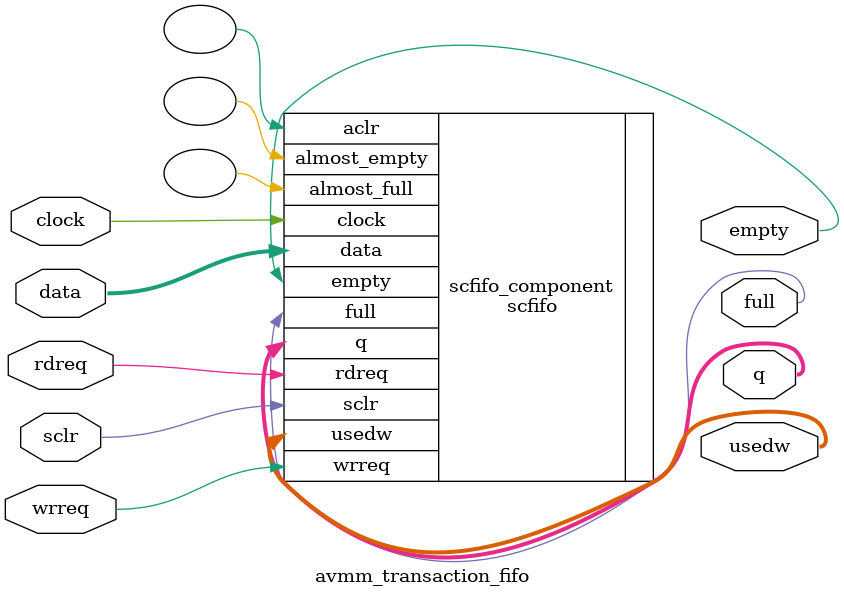
<source format=v>


// synopsys translate_off
`timescale 1 ps / 1 ps
// synopsys translate_on
module avmm_transaction_fifo #(
  parameter P_FIFOSIZELOGN = 2,
  parameter P_FIFOWIDTH = 53)(
	clock,
	data,
	rdreq,
	sclr,
	wrreq,
	empty,
	full,
	q,
	usedw);

	input	  clock;
	input	[P_FIFOWIDTH-1:0]  data;
	input	  rdreq;
	input	  sclr;
	input	  wrreq;
	output	  empty;
	output	  full;
	output	[P_FIFOWIDTH-1:0]  q;
	output	[P_FIFOSIZELOGN-1:0]  usedw;

	scfifo	scfifo_component (
				.clock (clock),
				.data (data),
				.rdreq (rdreq),
				.sclr (sclr),
				.wrreq (wrreq),
				.usedw (usedw),
				.empty (empty),
				.full (full),
				.q (q),
				.aclr (),
				.almost_empty (),
				.almost_full ());
	defparam
		scfifo_component.add_ram_output_register = "OFF",
		scfifo_component.intended_device_family = "Cyclone IV GX",
		scfifo_component.lpm_numwords = 2**P_FIFOSIZELOGN,
		scfifo_component.lpm_showahead = "ON",
		scfifo_component.lpm_type = "scfifo",
		scfifo_component.lpm_width = P_FIFOWIDTH,
		scfifo_component.lpm_widthu = P_FIFOSIZELOGN,
		scfifo_component.overflow_checking = "ON",
		scfifo_component.underflow_checking = "ON",
		scfifo_component.use_eab = "ON";


endmodule

</source>
